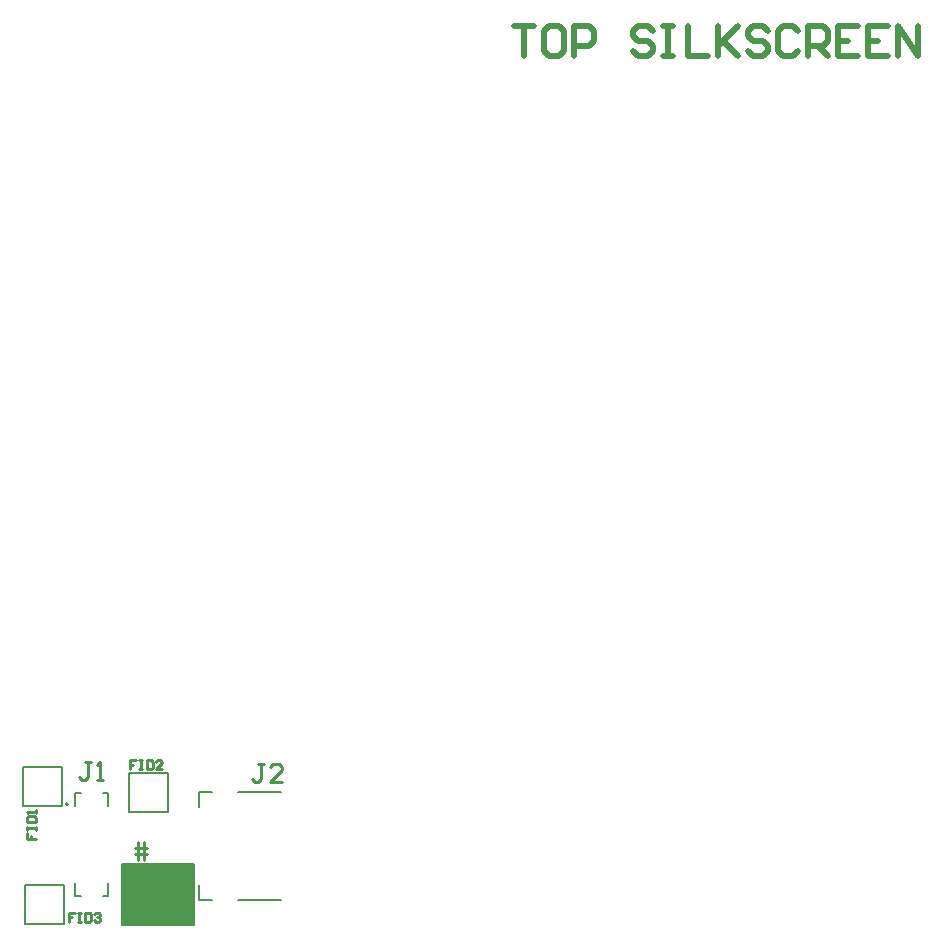
<source format=gto>
G04*
G04 #@! TF.GenerationSoftware,Altium Limited,Altium Designer,21.2.2 (38)*
G04*
G04 Layer_Color=65535*
%FSLAX44Y44*%
%MOMM*%
G71*
G04*
G04 #@! TF.SameCoordinates,80088197-9D36-4DC1-8D3F-1B36901E71C6*
G04*
G04*
G04 #@! TF.FilePolarity,Positive*
G04*
G01*
G75*
%ADD10C,0.2000*%
%ADD11C,0.1270*%
%ADD12C,0.2540*%
%ADD13C,0.5080*%
G36*
X149845Y57327D02*
X150741Y56427D01*
X150505Y3925D01*
X87946Y3925D01*
X87946Y56430D01*
X88844Y57328D01*
X149845Y57327D01*
D02*
G37*
D10*
X42830Y107400D02*
G03*
X42830Y107400I-1000J0D01*
G01*
X72730Y30000D02*
X77230D01*
Y40900D01*
Y105700D02*
Y116600D01*
X72730D02*
X77230D01*
X49230D02*
X53730D01*
X49230Y105700D02*
Y116600D01*
Y30000D02*
Y40900D01*
Y30000D02*
X53730D01*
D11*
X187227Y117892D02*
X223227D01*
X187227Y25892D02*
X223227D01*
X154127Y38892D02*
X154127Y25892D01*
X165227D01*
X154127Y117892D02*
X165227D01*
X154127Y104892D02*
X154127Y117892D01*
X94817Y133951D02*
X127837D01*
X94817Y100931D02*
Y133951D01*
X127837Y100931D02*
Y133951D01*
X94817Y100931D02*
X127837D01*
X5052Y139273D02*
X38072D01*
X5052Y106253D02*
Y139273D01*
X38072Y106253D02*
Y139273D01*
X5052Y106253D02*
X38072D01*
X6801Y38823D02*
X39821D01*
X6801Y5803D02*
Y38823D01*
X39821Y5803D02*
Y38823D01*
X6801Y5803D02*
X39821D01*
D12*
X102595Y60396D02*
Y75631D01*
X107674D02*
Y60396D01*
X100056Y70553D02*
X107674D01*
X110213D01*
X100056Y65474D02*
X110213D01*
X62069Y143380D02*
X56990D01*
X59530D01*
Y130684D01*
X56990Y128145D01*
X54451D01*
X51912Y130684D01*
X67147Y128145D02*
X72225D01*
X69686D01*
Y143380D01*
X67147Y140841D01*
X208765Y141713D02*
X203687D01*
X206226D01*
Y129017D01*
X203687Y126478D01*
X201147D01*
X198608Y129017D01*
X224000Y126478D02*
X213843D01*
X224000Y136634D01*
Y139173D01*
X221461Y141713D01*
X216383D01*
X213843Y139173D01*
X48641Y15388D02*
X43563D01*
Y11579D01*
X46102D01*
X43563D01*
Y7771D01*
X51181Y15388D02*
X53720D01*
X52450D01*
Y7771D01*
X51181D01*
X53720D01*
X57529Y15388D02*
Y7771D01*
X61337D01*
X62607Y9040D01*
Y14119D01*
X61337Y15388D01*
X57529D01*
X65146Y14119D02*
X66416Y15388D01*
X68955D01*
X70224Y14119D01*
Y12849D01*
X68955Y11579D01*
X67685D01*
X68955D01*
X70224Y10310D01*
Y9040D01*
X68955Y7771D01*
X66416D01*
X65146Y9040D01*
X100841Y144537D02*
X95763D01*
Y140729D01*
X98302D01*
X95763D01*
Y136920D01*
X103381Y144537D02*
X105920D01*
X104650D01*
Y136920D01*
X103381D01*
X105920D01*
X109728Y144537D02*
Y136920D01*
X113537D01*
X114807Y138189D01*
Y143268D01*
X113537Y144537D01*
X109728D01*
X122424Y136920D02*
X117346D01*
X122424Y141998D01*
Y143268D01*
X121155Y144537D01*
X118616D01*
X117346Y143268D01*
X7935Y83196D02*
Y78118D01*
X11744D01*
Y80657D01*
Y78118D01*
X15553D01*
X7935Y85735D02*
Y88274D01*
Y87005D01*
X15553D01*
Y85735D01*
Y88274D01*
X7935Y92083D02*
X15553D01*
Y95892D01*
X14283Y97162D01*
X9205D01*
X7935Y95892D01*
Y92083D01*
X15553Y99701D02*
Y102240D01*
Y100970D01*
X7935D01*
X9205Y99701D01*
D13*
X420179Y766454D02*
X437107D01*
X428643D01*
Y741062D01*
X458267Y766454D02*
X449803D01*
X445571Y762222D01*
Y745294D01*
X449803Y741062D01*
X458267D01*
X462499Y745294D01*
Y762222D01*
X458267Y766454D01*
X470963Y741062D02*
Y766454D01*
X483659D01*
X487891Y762222D01*
Y753758D01*
X483659Y749526D01*
X470963D01*
X538674Y762222D02*
X534442Y766454D01*
X525978D01*
X521746Y762222D01*
Y757990D01*
X525978Y753758D01*
X534442D01*
X538674Y749526D01*
Y745294D01*
X534442Y741062D01*
X525978D01*
X521746Y745294D01*
X547138Y766454D02*
X555602D01*
X551370D01*
Y741062D01*
X547138D01*
X555602D01*
X568298Y766454D02*
Y741062D01*
X585226D01*
X593690Y766454D02*
Y741062D01*
Y749526D01*
X610618Y766454D01*
X597922Y753758D01*
X610618Y741062D01*
X636009Y762222D02*
X631777Y766454D01*
X623313D01*
X619081Y762222D01*
Y757990D01*
X623313Y753758D01*
X631777D01*
X636009Y749526D01*
Y745294D01*
X631777Y741062D01*
X623313D01*
X619081Y745294D01*
X661401Y762222D02*
X657169Y766454D01*
X648705D01*
X644473Y762222D01*
Y745294D01*
X648705Y741062D01*
X657169D01*
X661401Y745294D01*
X669865Y741062D02*
Y766454D01*
X682561D01*
X686793Y762222D01*
Y753758D01*
X682561Y749526D01*
X669865D01*
X678329D02*
X686793Y741062D01*
X712185Y766454D02*
X695257D01*
Y741062D01*
X712185D01*
X695257Y753758D02*
X703721D01*
X737577Y766454D02*
X720649D01*
Y741062D01*
X737577D01*
X720649Y753758D02*
X729113D01*
X746040Y741062D02*
Y766454D01*
X762968Y741062D01*
Y766454D01*
M02*

</source>
